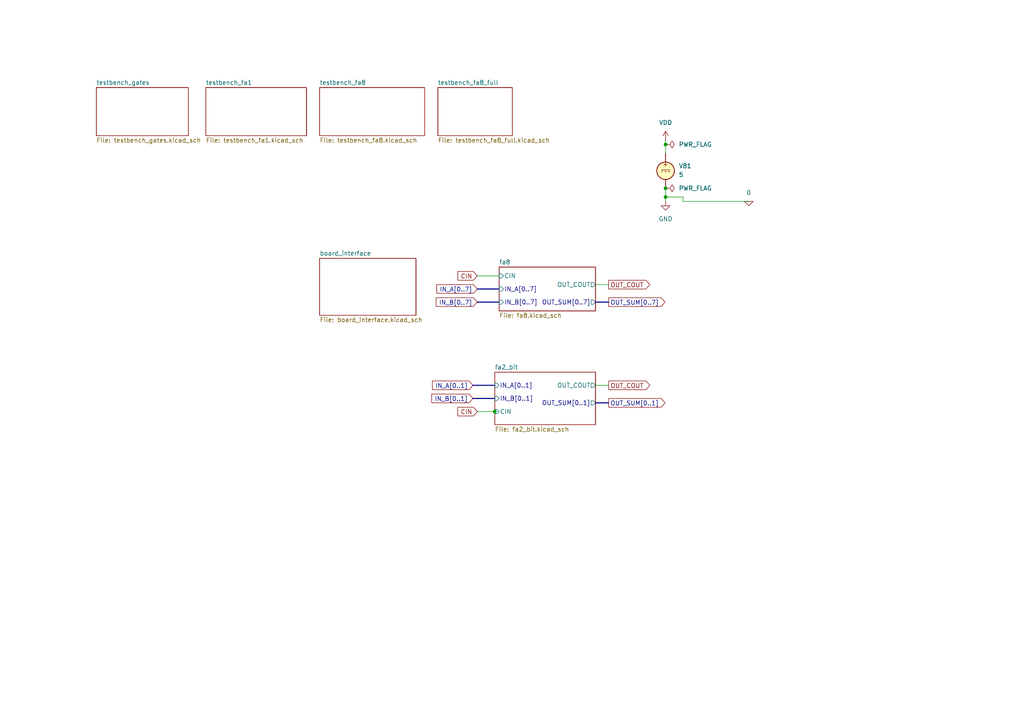
<source format=kicad_sch>
(kicad_sch (version 20250114) (generator "eeschema") (generator_version "9.0")
  (paper "A4")
  (lib_symbols
    (symbol "Simulation_SPICE:0" (power) (pin_numbers (hide yes)) (pin_names (offset 0) (hide yes))
      (property "Value" "0" (at 0 -2.54 0))
      (symbol "0_0_1"
        (polyline (pts (xy -1.27 0) (xy 0 -1.27) (xy 1.27 0) (xy -1.27 0)))
      )
      (symbol "0_1_1"
        (pin power_in line (at 0 0 0) (length 0) (name "~") (number "1"))
      )
    )
    (symbol "Simulation_SPICE:VDC" (pin_numbers (hide yes)) (pin_names (offset 0.0254))
      (property "Reference" "V" (at 2.54 2.54 0))
      (property "Value" "1" (at 2.54 0 0))
      (symbol "VDC_0_0"
        (polyline (pts (xy -1.27 0.254) (xy 1.27 0.254)))
        (polyline (pts (xy -0.762 -0.254) (xy -1.27 -0.254)))
        (polyline (pts (xy 0.254 -0.254) (xy -0.254 -0.254)))
        (polyline (pts (xy 1.27 -0.254) (xy 0.762 -0.254)))
        (text "+" (at 0 1.905 0) (effects (font (size 1.27 1.27))))
      )
      (symbol "VDC_0_1"
        (circle (center 0 0) (radius 2.54) (stroke (width 0.254)) (fill (type background)))
      )
      (symbol "VDC_1_1"
        (pin passive line (at 0 5.08 270) (length 2.54) (name "~") (number "1"))
        (pin passive line (at 0 -5.08 90) (length 2.54) (name "~") (number "2"))
      )
    )
    (symbol "power:GND" (power) (pin_numbers (hide yes)) (pin_names (offset 0) (hide yes))
      (property "Value" "GND" (at 0 -3.81 0))
      (symbol "GND_0_1"
        (polyline (pts (xy 0 0) (xy 0 -1.27) (xy 1.27 -1.27) (xy 0 -2.54) (xy -1.27 -1.27) (xy 0 -1.27)))
      )
      (symbol "GND_1_1"
        (pin power_in line (at 0 0 270) (length 0) (name "~") (number "1"))
      )
    )
    (symbol "power:PWR_FLAG" (power) (pin_numbers (hide yes)) (pin_names (offset 0) (hide yes))
      (property "Value" "PWR_FLAG" (at 0 3.81 0))
      (symbol "PWR_FLAG_0_0"
        (pin power_out line (at 0 0 90) (length 0) (name "~") (number "1"))
      )
      (symbol "PWR_FLAG_0_1"
        (polyline (pts (xy 0 0) (xy 0 1.27) (xy -1.016 1.905) (xy 0 2.54) (xy 1.016 1.905) (xy 0 1.27)))
      )
    )
    (symbol "power:VDD" (power) (pin_numbers (hide yes)) (pin_names (offset 0) (hide yes))
      (property "Value" "VDD" (at 0 3.556 0))
      (symbol "VDD_0_1"
        (polyline (pts (xy -0.762 1.27) (xy 0 2.54)))
        (polyline (pts (xy 0 2.54) (xy 0.762 1.27)))
        (polyline (pts (xy 0 0) (xy 0 2.54)))
      )
      (symbol "VDD_1_1"
        (pin power_in line (at 0 0 90) (length 0) (name "~") (number "1"))
      )
    )
  )
  (junction (at 143.51 119.38))
  (junction (at 193.04 41.91))
  (junction (at 193.04 54.61))
  (junction (at 193.04 57.15))
  (bus (pts (xy 172.72 87.63) (xy 176.53 87.63)))
  (wire (pts (xy 198.12 58.42) (xy 198.12 57.15)))
  (bus (pts (xy 137.16 115.57) (xy 143.51 115.57)))
  (wire (pts (xy 193.04 57.15) (xy 193.04 58.42)))
  (wire (pts (xy 138.43 119.38) (xy 143.51 119.38)))
  (bus (pts (xy 138.43 87.63) (xy 144.78 87.63)))
  (wire (pts (xy 138.43 80.01) (xy 144.78 80.01)))
  (bus (pts (xy 137.16 111.76) (xy 143.51 111.76)))
  (bus (pts (xy 138.43 83.82) (xy 144.78 83.82)))
  (wire (pts (xy 193.04 54.61) (xy 193.04 57.15)))
  (wire (pts (xy 172.72 82.55) (xy 176.53 82.55)))
  (wire (pts (xy 193.04 40.64) (xy 193.04 41.91)))
  (bus (pts (xy 172.72 116.84) (xy 176.53 116.84)))
  (wire (pts (xy 172.72 111.76) (xy 176.53 111.76)))
  (wire (pts (xy 193.04 41.91) (xy 193.04 44.45)))
  (wire (pts (xy 198.12 57.15) (xy 193.04 57.15)))
  (wire (pts (xy 198.12 58.42) (xy 217.17 58.42)))
  (wire (pts (xy 143.51 119.38) (xy 143.5288 119.38)))
  (global_label "OUT_COUT" (shape output) (at 176.53 82.55 0) (property "Intersheetrefs" "${INTERSHEET_REFS}" (effects (hide yes))))
  (global_label "IN_A[0..7]" (shape input) (at 138.43 83.82 180) (property "Intersheetrefs" "${INTERSHEET_REFS}" (effects (hide yes))))
  (global_label "OUT_SUM[0..1]" (shape output) (at 176.53 116.84 0) (property "Intersheetrefs" "${INTERSHEET_REFS}" (effects (hide yes))))
  (global_label "CIN" (shape input) (at 138.43 119.38 180) (property "Intersheetrefs" "${INTERSHEET_REFS}" (effects (hide yes))))
  (global_label "IN_B[0..1]" (shape input) (at 137.16 115.57 180) (property "Intersheetrefs" "${INTERSHEET_REFS}" (effects (hide yes))))
  (global_label "OUT_SUM[0..7]" (shape output) (at 176.53 87.63 0) (property "Intersheetrefs" "${INTERSHEET_REFS}" (effects (hide yes))))
  (global_label "OUT_COUT" (shape output) (at 176.53 111.76 0) (property "Intersheetrefs" "${INTERSHEET_REFS}" (effects (hide yes))))
  (global_label "IN_B[0..7]" (shape input) (at 138.43 87.63 180) (property "Intersheetrefs" "${INTERSHEET_REFS}" (effects (hide yes))))
  (global_label "IN_A[0..1]" (shape input) (at 137.16 111.76 180) (property "Intersheetrefs" "${INTERSHEET_REFS}" (effects (hide yes))))
  (global_label "CIN" (shape input) (at 138.43 80.01 180) (property "Intersheetrefs" "${INTERSHEET_REFS}" (effects (hide yes))))
  (symbol (lib_id "power:VDD") (at 193.04 40.64 0) (unit 1)
    (property "Reference" "#PWR081" (effects (hide yes)))
    (property "Value" "VDD" (at 193.04 35.56 0))
    (property "Description" "Power symbol creates a global label with name \"VDD\"" (effects (hide yes)))
  )
  (symbol (lib_id "power:PWR_FLAG") (at 193.04 41.91 270) (unit 1)
    (property "Reference" "#FLG081" (effects (hide yes)))
    (property "Value" "PWR_FLAG" (at 196.85 41.9099 90) (effects (justify left)))
    (property "Description" "Special symbol for telling ERC where power comes from" (effects (hide yes)))
  )
  (symbol (lib_id "power:GND") (at 193.04 58.42 0) (unit 1)
    (property "Reference" "#PWR082" (effects (hide yes)))
    (property "Value" "GND" (at 193.04 63.5 0))
    (property "Description" "Power symbol creates a global label with name \"GND\" , ground" (effects (hide yes)))
  )
  (symbol (lib_id "Simulation_SPICE:VDC") (at 193.04 49.53 0) (unit 1) (in_bom no) (on_board no)
    (property "Reference" "V81" (at 196.85 48.1301 0) (effects (justify left)))
    (property "Value" "5" (at 196.85 50.6701 0) (effects (justify left)))
    (property "Datasheet" "https://ngspice.sourceforge.io/docs/ngspice-html-manual/manual.xhtml#sec_Independent_Sources_for" (effects (hide yes)))
    (property "Description" "Voltage source, DC" (effects (hide yes)))
    (property "Sim.Pins" "1=+ 2=-" (effects (hide yes)))
    (property "Sim.Type" "DC" (effects (hide yes)))
    (property "Sim.Device" "V" (effects (hide yes)))
  )
  (symbol (lib_id "power:PWR_FLAG") (at 193.04 54.61 270) (unit 1)
    (property "Reference" "#FLG082" (effects (hide yes)))
    (property "Value" "PWR_FLAG" (at 196.85 54.6099 90) (effects (justify left)))
    (property "Description" "Special symbol for telling ERC where power comes from" (effects (hide yes)))
  )
  (symbol (lib_id "Simulation_SPICE:0") (at 217.17 58.42 0) (unit 1)
    (property "Reference" "#GND081" (effects (hide yes)))
    (property "Value" "0" (at 217.17 55.88 0))
    (property "Datasheet" "https://ngspice.sourceforge.io/docs/ngspice-html-manual/manual.xhtml#subsec_Circuit_elements__device" (effects (hide yes)))
    (property "Description" "0V reference potential for simulation" (effects (hide yes)))
  )
  (sheet (at 144.78 77.47) (size 27.94 12.7) (exclude_from_sim yes) (in_bom no) (on_board no) (stroke (width 0.1524))
    (property "Sheetname" "fa8" (at 144.78 76.7584 0) (effects (justify left bottom)))
    (property "Sheetfile" "fa8.kicad_sch" (at 144.78 90.7546 0) (effects (justify left top)))
    (pin "CIN" input (at 144.78 80.01 180))
    (pin "IN_A[0..7]" input (at 144.78 83.82 180))
    (pin "IN_B[0..7]" input (at 144.78 87.63 180))
    (pin "OUT_COUT" output (at 172.72 82.55 0))
    (pin "OUT_SUM[0..7]" output (at 172.72 87.63 0))
  )
  (sheet (at 92.71 74.93) (size 27.94 16.51) (exclude_from_sim yes) (stroke (width 0.1524))
    (property "Sheetname" "board_interface" (at 92.71 74.2184 0) (effects (justify left bottom)))
    (property "Sheetfile" "board_interface.kicad_sch" (at 92.71 92.0246 0) (effects (justify left top)))
  )
  (sheet (at 92.71 25.4) (size 30.48 13.97) (exclude_from_sim yes) (in_bom no) (on_board no) (stroke (width 0.1524))
    (property "Sheetname" "testbench_fa8" (at 92.71 24.6884 0) (effects (justify left bottom)))
    (property "Sheetfile" "testbench_fa8.kicad_sch" (at 92.71 39.9546 0) (effects (justify left top)))
  )
  (sheet (at 127 25.4) (size 21.59 13.97) (in_bom no) (on_board no) (stroke (width 0.1524))
    (property "Sheetname" "testbench_fa8_full" (at 127 24.6884 0) (effects (justify left bottom)))
    (property "Sheetfile" "testbench_fa8_full.kicad_sch" (at 127 39.9546 0) (effects (justify left top)))
  )
  (sheet (at 27.94 25.4) (size 26.67 13.97) (exclude_from_sim yes) (in_bom no) (on_board no) (stroke (width 0.1524))
    (property "Sheetname" "testbench_gates" (at 27.94 24.6884 0) (effects (justify left bottom)))
    (property "Sheetfile" "testbench_gates.kicad_sch" (at 27.94 39.9546 0) (effects (justify left top)))
  )
  (sheet (at 59.69 25.4) (size 29.21 13.97) (exclude_from_sim yes) (in_bom no) (on_board no) (stroke (width 0.1524))
    (property "Sheetname" "testbench_fa1" (at 59.69 24.6884 0) (effects (justify left bottom)))
    (property "Sheetfile" "testbench_fa1.kicad_sch" (at 59.69 39.9546 0) (effects (justify left top)))
  )
  (sheet (at 143.51 107.95) (size 29.21 15.24) (stroke (width 0.1524))
    (property "Sheetname" "fa2_bit" (at 143.51 107.2384 0) (effects (justify left bottom)))
    (property "Sheetfile" "fa2_bit.kicad_sch" (at 143.51 123.7746 0) (effects (justify left top)))
    (pin "CIN" input (at 143.51 119.38 180))
    (pin "IN_A[0..1]" input (at 143.51 111.76 180))
    (pin "IN_B[0..1]" input (at 143.51 115.57 180))
    (pin "OUT_COUT" output (at 172.72 111.76 0))
    (pin "OUT_SUM[0..1]" output (at 172.72 116.84 0))
  )
)
</source>
